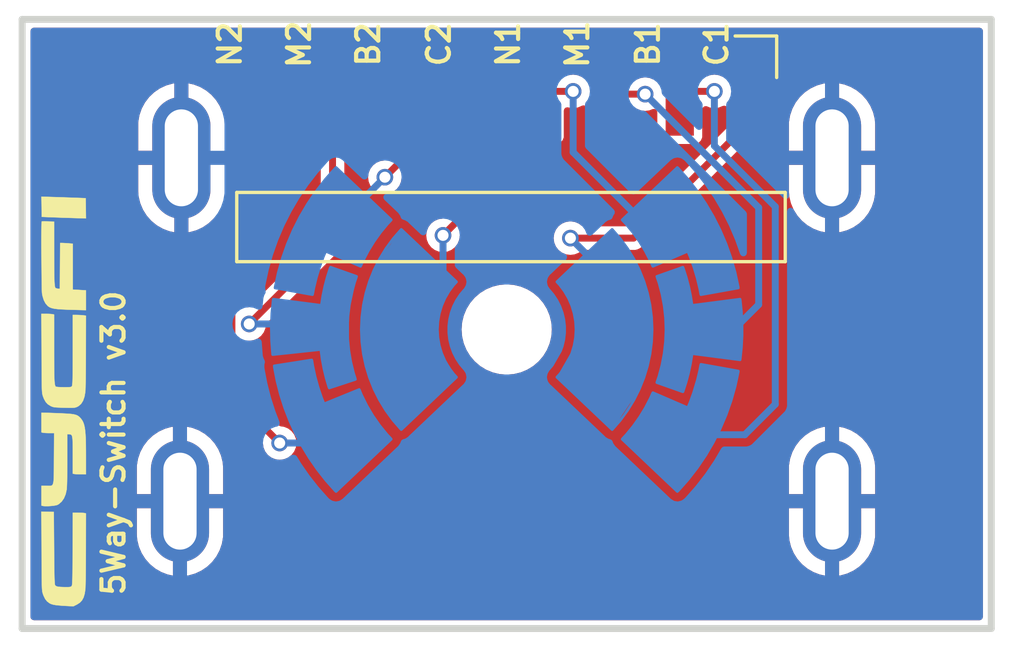
<source format=kicad_pcb>
(kicad_pcb (version 20211014) (generator pcbnew)
  (layers (0 "F.Cu" signal) (31 "B.Cu" signal) (34 "B.Paste" user) (35 "F.Paste" user) (36 "B.SilkS" user "B.Silkscreen") (37 "F.SilkS" user "F.Silkscreen") (38 "B.Mask" user) (39 "F.Mask" user) (44 "Edge.Cuts" user))
  (net 0 "")
  (net 1 "neck1")
  (net 2 "middle1")
  (net 3 "bridge1")
  (net 4 "common1")
  (net 5 "neck2")
  (net 6 "middle2")
  (net 7 "bridge2")
  (net 8 "common2")
  (net 9 "GND")
  (footprint "cycfi_library:cond_hole_rect_1.2x3.5mm" (layer "F.Cu") (at 152.55 82.7)
    (fp_text reference "H3" hide)
    (fp_text value "single_pad" hide)
    (pad "1" thru_hole oval (at 0 0) (size 2.1 4.4) (drill oval 1.2 3.5) (layers *.Cu *.Mask) (net 9 "GND"))
  )
  (footprint "cycfi_library:hole_2.65mm" (layer "F.Cu") (at 164.3 88.9)
    (fp_text reference "REF**" hide)
    (fp_text value "hole_2.65mm")
    (pad "" np_thru_hole circle (at 0 0) (size 2.65 2.65) (drill 2.65) (layers F&B.Cu *.Mask))
  )
  (footprint "cycfi_library:cond_hole_rect_1.2x3.5mm" (layer "F.Cu") (at 176.05 95.1)
    (fp_text reference "H2" hide)
    (fp_text value "single_pad" hide)
    (pad "1" thru_hole oval (at 0 0) (size 2.1 4.4) (drill oval 1.2 3.5) (layers *.Cu *.Mask) (net 9 "GND"))
  )
  (footprint "cycfi_library:cond_hole_rect_1.2x3.5mm" (layer "F.Cu") (at 176.05 82.7)
    (fp_text reference "H1" hide)
    (fp_text value "single_pad" hide)
    (pad "1" thru_hole oval (at 0 0) (size 2.1 4.4) (drill oval 1.2 3.5) (layers *.Cu *.Mask) (net 9 "GND"))
  )
  (footprint "cycfi_library:pin_header_1x8p_2.54mm_smd_horizontal" (layer "F.Cu") (at 165.55 80.3 -90)
    (fp_text reference "J1" hide)
    (fp_text value "CONN_01X8")
    (fp_line (start 6.15 -8.81) (end 6.15 11) (layer "F.SilkS") (width 0.12))
    (fp_line (start -2 -8.5) (end -0.5 -8.5) (layer "F.SilkS") (width 0.12))
    (fp_line (start 3.65 11) (end 6.15 11) (layer "F.SilkS") (width 0.12))
    (fp_line (start 3.65 -8.81) (end 3.65 11) (layer "F.SilkS") (width 0.12))
    (fp_line (start -2 -7) (end -2 -8.5) (layer "F.SilkS") (width 0.12))
    (fp_line (start 3.65 -8.81) (end 6.15 -8.81) (layer "F.SilkS") (width 0.12))
    (pad "1" smd rect (at 0 -7.54 270) (size 3.2 1.02) (layers "F.Cu" "F.Paste" "F.Mask") (net 4 "common1"))
    (pad "2" smd rect (at 0 -5 270) (size 3.2 1.02) (layers "F.Cu" "F.Paste" "F.Mask") (net 3 "bridge1"))
    (pad "3" smd rect (at 0 -2.46 270) (size 3.2 1.02) (layers "F.Cu" "F.Paste" "F.Mask") (net 2 "middle1"))
    (pad "4" smd rect (at 0 0 270) (size 3.2 1.02) (layers "F.Cu" "F.Paste" "F.Mask") (net 1 "neck1"))
    (pad "5" smd rect (at 0 2.46 270) (size 3.2 1.02) (layers "F.Cu" "F.Paste" "F.Mask") (net 8 "common2"))
    (pad "6" smd rect (at 0 5 270) (size 3.2 1.02) (layers "F.Cu" "F.Paste" "F.Mask") (net 7 "bridge2"))
    (pad "7" smd rect (at 0 7.54 270) (size 3.2 1.02) (layers "F.Cu" "F.Paste" "F.Mask") (net 6 "middle2"))
    (pad "8" smd rect (at 0 10 270) (size 3.2 1.02) (layers "F.Cu" "F.Paste" "F.Mask") (net 5 "neck2"))
  )
  (footprint "cycfi_library:cond_hole_rect_1.2x3.5mm" (layer "F.Cu") (at 152.5 95.1)
    (fp_text reference "H4" hide)
    (fp_text value "single_pad" hide)
    (pad "1" thru_hole oval (at 0 0) (size 2.1 4.4) (drill oval 1.2 3.5) (layers *.Cu *.Mask) (net 9 "GND"))
  )
  (footprint "cycfi_library:cycfi-logo-15mm" (layer "F.Cu") (at 148.330391 91.589013 90)
    (fp_text reference "G***" hide)
    (fp_text value "LOGO" hide)
    (fp_poly (pts (xy -2.956719 -0.647997) (xy -2.957738 -0.58909) (xy -2.958659 -0.539739) (xy -2.956279 -0.499084) (xy -2.947393 -0.466267) (xy -2.928797 -0.44043) (xy -2.897288 -0.420712) (xy -2.849661 -0.406254) (xy -2.782713 -0.396199) (xy -2.69324 -0.389686) (xy -2.578037 -0.385856) (xy -2.433901 -0.383851) (xy -2.257629 -0.382812) (xy -2.046015 -0.381879) (xy -1.962464 -0.381415) (xy -1.051719 -0.375878) (xy -1.051719 -0.542646) (xy -1.05024 -0.628784) (xy -1.046319 -0.707089) (xy -1.040733 -0.763256) (xy -1.039316 -0.771426) (xy -1.026914 -0.833437) (xy -0.3175 -0.833437) (xy -0.318076 -0.729258) (xy -0.31904 -0.679008) (xy -0.321419 -0.596452) (xy -0.324964 -0.488937) (xy -0.32943 -0.363811) (xy -0.334569 -0.22842) (xy -0.336932 -0.168672) (xy -0.344767 0.007063) (xy -0.353438 0.148228) (xy -0.364092 0.259938) (xy -0.377878 0.347308) (xy -0.395943 0.415455) (xy -0.419434 0.469494) (xy -0.449499 0.514542) (xy -0.487286 0.555713) (xy -0.502691 0.570285) (xy -0.556496 0.615065) (xy -0.61531 0.652978) (xy -0.682722 0.684562) (xy -0.762324 0.710353) (xy -0.857707 0.730889) (xy -0.97246 0.746707) (xy -1.110175 0.758342) (xy -1.274444 0.766333) (xy -1.468855 0.771216) (xy -1.697001 0.773528) (xy -1.86453 0.773906) (xy -2.54 0.773906) (xy -2.539729 0.58043) (xy -2.538413 0.491804) (xy -2.535105 0.414152) (xy -2.530387 0.358804) (xy -2.527493 0.342305) (xy -2.515527 0.297656) (xy -1.858037 0.297364) (xy -1.665543 0.297124) (xy -1.508964 0.296186) (xy -1.38453 0.293933) (xy -1.288468 0.289753) (xy -1.217007 0.283032) (xy -1.166375 0.273155) (xy -1.132802 0.259508) (xy -1.112514 0.241479) (xy -1.101741 0.218451) (xy -1.096711 0.189813) (xy -1.095169 0.173177) (xy -1.089011 0.099219) (xy -2.011507 0.099219) (xy -2.224992 0.098748) (xy -2.424635 0.097388) (xy -2.606374 0.095217) (xy -2.766152 0.092316) (xy -2.899907 0.088763) (xy -3.003582 0.084637) (xy -3.073115 0.080017) (xy -3.089228 0.078219) (xy -3.259652 0.040939) (xy -3.406875 -0.020472) (xy -3.527112 -0.103736) (xy -3.616575 -0.206575) (xy -3.644441 -0.255834) (xy -3.660443 -0.308571) (xy -3.674065 -0.38923) (xy -3.684451 -0.486075) (xy -3.690747 -0.587371) (xy -3.692098 -0.68138) (xy -3.687648 -0.756367) (xy -3.682875 -0.783483) (xy -3.670338 -0.833437) (xy -2.956719 -0.833437) (xy -2.956719 -0.647997)) (layer "F.SilkS") (width 0.01) (fill solid))
    (fp_poly (pts (xy 7.471225 -0.352684) (xy 7.466241 -0.194173) (xy 7.460755 -0.026692) (xy 7.455154 0.13842) (xy 7.449823 0.289823) (xy 7.445151 0.416179) (xy 7.443975 0.446484) (xy 7.431484 0.763984) (xy 6.701954 0.774822) (xy 6.71704 0.273309) (xy 6.721963 0.114541) (xy 6.727347 -0.050789) (xy 6.732836 -0.212277) (xy 6.738072 -0.359518) (xy 6.742698 -0.482105) (xy 6.744462 -0.525859) (xy 6.756797 -0.823516) (xy 7.12139 -0.828934) (xy 7.485984 -0.834351) (xy 7.471225 -0.352684)) (layer "F.SilkS") (width 0.01) (fill solid))
    (fp_poly (pts (xy 3.254375 -0.668218) (xy 3.252899 -0.582003) (xy 3.248988 -0.503629) (xy 3.243413 -0.447371) (xy 3.241973 -0.439043) (xy 3.22957 -0.377031) (xy 2.016621 -0.376558) (xy 1.75028 -0.376283) (xy 1.520793 -0.375601) (xy 1.325327 -0.374393) (xy 1.161052 -0.372541) (xy 1.025134 -0.369924) (xy 0.914742 -0.366423) (xy 0.827043 -0.36192) (xy 0.759204 -0.356295) (xy 0.708395 -0.349429) (xy 0.671781 -0.341203) (xy 0.646532 -0.331498) (xy 0.629815 -0.320193) (xy 0.627613 -0.318099) (xy 0.617342 -0.286989) (xy 0.6101 -0.218599) (xy 0.606061 -0.11523) (xy 0.605234 -0.02452) (xy 0.605449 0.083883) (xy 0.606848 0.159378) (xy 0.610567 0.208743) (xy 0.617739 0.238757) (xy 0.629501 0.256199) (xy 0.646985 0.267847) (xy 0.654844 0.271899) (xy 0.674009 0.277277) (xy 0.71039 0.281897) (xy 0.766441 0.285808) (xy 0.844618 0.289057) (xy 0.947375 0.291694) (xy 1.077167 0.293764) (xy 1.236448 0.295317) (xy 1.427674 0.2964) (xy 1.653299 0.297062) (xy 1.915778 0.29735) (xy 1.95957 0.297364) (xy 3.214688 0.297656) (xy 3.214515 0.431602) (xy 3.212392 0.521389) (xy 3.207089 0.61367) (xy 3.201829 0.669727) (xy 3.189316 0.773906) (xy 1.887353 0.771332) (xy 1.658983 0.770624) (xy 1.438818 0.769447) (xy 1.230654 0.767855) (xy 1.038289 0.765899) (xy 0.865519 0.76363) (xy 0.716141 0.7611) (xy 0.593954 0.758361) (xy 0.502753 0.755465) (xy 0.446335 0.752463) (xy 0.436985 0.751575) (xy 0.260467 0.720331) (xy 0.117926 0.670915) (xy 0.007588 0.602383) (xy -0.072323 0.513794) (xy -0.098914 0.466958) (xy -0.114402 0.432968) (xy -0.125647 0.400064) (xy -0.133154 0.361656) (xy -0.137435 0.311152) (xy -0.138996 0.241962) (xy -0.138347 0.147495) (xy -0.135996 0.021161) (xy -0.135418 -0.006114) (xy -0.132285 -0.139632) (xy -0.128833 -0.240394) (xy -0.12422 -0.31533) (xy -0.1176 -0.371368) (xy -0.10813 -0.415437) (xy -0.094965 -0.454466) (xy -0.077262 -0.495382) (xy -0.075286 -0.499679) (xy -0.014643 -0.598975) (xy 0.068976 -0.678188) (xy 0.181572 -0.742084) (xy 0.276123 -0.778668) (xy 0.301728 -0.787077) (xy 0.327046 -0.794356) (xy 0.355034 -0.800599) (xy 0.38865 -0.805904) (xy 0.43085 -0.810365) (xy 0.484592 -0.81408) (xy 0.552832 -0.817142) (xy 0.638527 -0.819649) (xy 0.744634 -0.821695) (xy 0.874111 -0.823378) (xy 1.029914 -0.824792) (xy 1.215 -0.826034) (xy 1.432327 -0.827199) (xy 1.68485 -0.828383) (xy 1.830586 -0.829036) (xy 3.254375 -0.83538) (xy 3.254375 -0.668218)) (layer "F.SilkS") (width 0.01) (fill solid))
    (fp_poly (pts (xy -3.899297 -0.386953) (xy -5.199062 -0.377031) (xy -5.474006 -0.374756) (xy -5.711556 -0.372387) (xy -5.914006 -0.369862) (xy -6.083651 -0.367124) (xy -6.222785 -0.364111) (xy -6.333702 -0.360765) (xy -6.418696 -0.357025) (xy -6.48006 -0.352832) (xy -6.52009 -0.348127) (xy -6.541078 -0.342848) (xy -6.542623 -0.342064) (xy -6.568902 -0.319795) (xy -6.587965 -0.283686) (xy -6.601 -0.227823) (xy -6.609196 -0.146292) (xy -6.61374 -0.033178) (xy -6.614715 0.016661) (xy -6.615141 0.111599) (xy -6.612047 0.175319) (xy -6.604283 0.216223) (xy -6.590698 0.24271) (xy -6.582463 0.252079) (xy -6.573561 0.259185) (xy -6.560089 0.265307) (xy -6.539159 0.270534) (xy -6.507887 0.274953) (xy -6.463387 0.278652) (xy -6.402774 0.281721) (xy -6.323162 0.284246) (xy -6.221664 0.286315) (xy -6.095397 0.288018) (xy -5.941473 0.289441) (xy -5.757007 0.290674) (xy -5.539114 0.291803) (xy -5.284908 0.292918) (xy -5.238049 0.293111) (xy -3.929062 0.298488) (xy -3.929333 0.491549) (xy -3.930653 0.580089) (xy -3.933967 0.657659) (xy -3.938693 0.712908) (xy -3.94157 0.729258) (xy -3.953535 0.773906) (xy -5.246025 0.771267) (xy -5.473906 0.770552) (xy -5.693844 0.769383) (xy -5.90199 0.767811) (xy -6.094496 0.765887) (xy -6.267515 0.763662) (xy -6.417198 0.761187) (xy -6.539697 0.758513) (xy -6.631164 0.755692) (xy -6.687752 0.752773) (xy -6.695978 0.752037) (xy -6.859542 0.726827) (xy -6.990379 0.687492) (xy -7.093859 0.631035) (xy -7.175349 0.554459) (xy -7.240219 0.454768) (xy -7.244869 0.445669) (xy -7.307959 0.320117) (xy -7.295069 0.075723) (xy -7.285359 -0.089315) (xy -7.275019 -0.220374) (xy -7.263136 -0.323162) (xy -7.248793 -0.403388) (xy -7.231075 -0.46676) (xy -7.209066 -0.518985) (xy -7.195776 -0.543369) (xy -7.130345 -0.629968) (xy -7.042823 -0.699435) (xy -6.926072 -0.756868) (xy -6.865937 -0.778851) (xy -6.84059 -0.787177) (xy -6.815353 -0.794385) (xy -6.787271 -0.80057) (xy -6.753391 -0.805828) (xy -6.710759 -0.810254) (xy -6.656422 -0.813944) (xy -6.587424 -0.816993) (xy -6.500813 -0.819497) (xy -6.393634 -0.82155) (xy -6.262933 -0.823248) (xy -6.105757 -0.824687) (xy -5.919151 -0.825962) (xy -5.700162 -0.827168) (xy -5.445836 -0.828401) (xy -5.312504 -0.829021) (xy -3.888055 -0.835603) (xy -3.899297 -0.386953)) (layer "F.SilkS") (width 0.01) (fill solid))
    (fp_poly (pts (xy 5.988229 -0.834816) (xy 6.149637 -0.834371) (xy 6.291955 -0.83351) (xy 6.411136 -0.832215) (xy 6.503131 -0.830463) (xy 6.56389 -0.828235) (xy 6.589365 -0.82551) (xy 6.589779 -0.825249) (xy 6.592575 -0.803308) (xy 6.593835 -0.750078) (xy 6.593483 -0.673928) (xy 6.591848 -0.597046) (xy 6.585649 -0.377031) (xy 5.49052 -0.375848) (xy 5.229234 -0.375348) (xy 5.004862 -0.37438) (xy 4.814633 -0.372839) (xy 4.655774 -0.370617) (xy 4.525514 -0.367607) (xy 4.421081 -0.363702) (xy 4.339703 -0.358794) (xy 4.278609 -0.352776) (xy 4.235027 -0.345541) (xy 4.206185 -0.336982) (xy 4.189311 -0.326991) (xy 4.187733 -0.32546) (xy 4.174327 -0.294908) (xy 4.164535 -0.244185) (xy 4.163899 -0.238125) (xy 4.157266 -0.168672) (xy 4.985742 -0.163493) (xy 5.814219 -0.158315) (xy 5.8141 -0.09404) (xy 5.812494 -0.043514) (xy 5.808351 0.031865) (xy 5.8025 0.117406) (xy 5.801237 0.133945) (xy 5.788493 0.297656) (xy 4.131886 0.297656) (xy 4.117578 0.535781) (xy 4.103271 0.773906) (xy 3.387654 0.773906) (xy 3.401756 0.253008) (xy 3.407957 0.056234) (xy 3.415363 -0.105383) (xy 3.424709 -0.23637) (xy 3.436731 -0.341253) (xy 3.452165 -0.424561) (xy 3.471746 -0.490821) (xy 3.496211 -0.544559) (xy 3.526293 -0.590303) (xy 3.541913 -0.609549) (xy 3.631888 -0.687259) (xy 3.753467 -0.750049) (xy 3.900476 -0.795159) (xy 3.994991 -0.812138) (xy 4.036122 -0.815228) (xy 4.110798 -0.818168) (xy 4.21497 -0.820939) (xy 4.344589 -0.82352) (xy 4.495606 -0.82589) (xy 4.663972 -0.828029) (xy 4.845639 -0.829917) (xy 5.036558 -0.831532) (xy 5.232681 -0.832856) (xy 5.429958 -0.833866) (xy 5.624341 -0.834543) (xy 5.811781 -0.834866) (xy 5.988229 -0.834816)) (layer "F.SilkS") (width 0.01) (fill solid))
  )
  (footprint "connect_library:5way_switch" (layer "B.Cu") (at 164.3 88.9 180)
    (fp_text reference "SW1" hide)
    (fp_text value "5way-switch")
    (pad "1" smd custom (at -6 3.8 180) (size 1.524 1.524) (layers "B.Cu") (net 1 "neck1") (options (clearance outline) (anchor circle)) (primitives (gr_poly (pts (xy -1.143 0.381) (xy -1.127121 0.489847) (xy -1.072178 0.602248) (xy -0.983789 0.690791) (xy -0.871484 0.74593) (xy -0.762 0.762) (xy 0.762 0.762) (xy 0.870847 0.746121) (xy 0.983248 0.691178) (xy 1.071791 0.602789) (xy 1.12693 0.490484) (xy 1.143 0.381) (xy 1.143 -0.381) (xy 1.127121 -0.489847) (xy 1.072178 -0.602248) (xy 0.983789 -0.690791) (xy 0.871484 -0.74593) (xy 0.762 -0.762) (xy -0.762 -0.762) (xy -0.870847 -0.746121) (xy -0.983248 -0.691178) (xy -1.071791 -0.602789) (xy -1.12693 -0.490484) (xy -1.143 -0.381)) (width 0) (fill yes)) (gr_poly (pts (xy 1.829527 0.158491) (xy 1.202329 -0.630638) (xy 0.722578 -1.51717) (xy -0.556876 -0.966008) (xy -1.030212 -2.534989) (xy -2.366089 -2.297148) (xy -1.84 -0.53) (xy -1.06 0.95) (xy -0.165048 2.051683)) (width 0.01) (fill yes)) (gr_line (start -0.165048 2.051683) (end 1.829527 0.158491) (width 0.1)) (gr_line (start 0.722578 -1.51717) (end -0.539415 -0.971276) (width 0.1)) (gr_line (start -1.012751 -2.540257) (end -2.366089 -2.297148) (width 0.1)) (gr_arc (start -0.54434 -0.98269) (mid -0.823109 -1.748072) (end -1.012751 -2.540257) (width 0.1)) (gr_arc (start -0.18544 2.030115) (mid -1.583746 0.038313) (end -2.36078 -2.26793) (width 0.1)) (gr_arc (start 1.829511 0.158474) (mid 1.20515 -0.626486) (end 0.726582 -1.50794) (width 0.1))))
    (pad "2" smd custom (at -6.9 0 180) (size 1.524 1.524) (layers "B.Cu") (net 2 "middle1") (options (clearance outline) (anchor circle)) (primitives (gr_poly (pts (xy -1.143 0.381) (xy -1.127121 0.489847) (xy -1.072178 0.602248) (xy -0.983789 0.690791) (xy -0.871484 0.74593) (xy -0.762 0.762) (xy 0.762 0.762) (xy 0.870847 0.746121) (xy 0.983248 0.691178) (xy 1.071791 0.602789) (xy 1.12693 0.490484) (xy 1.143 0.381) (xy 1.143 -0.381) (xy 1.127121 -0.489847) (xy 1.072178 -0.602248) (xy 0.983789 -0.690791) (xy 0.871484 -0.74593) (xy 0.762 -0.762) (xy -0.762 -0.762) (xy -0.870847 -0.746121) (xy -0.983248 -0.691178) (xy -1.071791 -0.602789) (xy -1.12693 -0.490484) (xy -1.143 -0.381)) (width 0) (fill yes)) (gr_arc (start 1.468521 1.887188) (mid 1.150182 -0.010038) (end 1.475139 -1.906142) (width 0.1)) (gr_line (start 1.478475 -1.915614) (end 0.535602 -2.248764) (width 0.1)) (gr_line (start 0.535602 2.248763) (end 1.478475 1.915613) (width 0.1)) (gr_arc (start 0.210716 -0.903391) (mid 0.337112 -1.578719) (end 0.531681 -2.237647) (width 0.1)) (gr_line (start 0.206103 -0.868475) (end -1.529351 -1.093636) (width 0.1)) (gr_arc (start -1.533117 1.064237) (mid -1.600073 0) (end -1.533117 -1.064236) (width 0.1)) (gr_line (start -1.529351 1.093635) (end 0.206103 0.868475) (width 0.1)) (gr_arc (start 0.527809 2.226602) (mid 0.333021 1.561615) (end 0.207621 0.880128) (width 0.1)) (gr_poly (pts (xy 1.478475 1.915613) (xy 1.2 0.8) (xy 1.15 -0.3) (xy 1.3 -1.2) (xy 1.478475 -1.915614) (xy 0.535602 -2.248764) (xy 0.206103 -0.868475) (xy -1.529351 -1.093636) (xy -1.6 -0.000001) (xy -1.529351 1.093635) (xy 0.206103 0.868475) (xy 0.535602 2.248763)) (width 0.01) (fill yes))))
    (pad "3" smd custom (at -6.1 -3.8 180) (size 1.524 1.524) (layers "B.Cu") (net 3 "bridge1") (options (clearance outline) (anchor circle)) (primitives (gr_poly (pts (xy -1.143 0.381) (xy -1.127121 0.489847) (xy -1.072178 0.602248) (xy -0.983789 0.690791) (xy -0.871484 0.74593) (xy -0.762 0.762) (xy 0.762 0.762) (xy 0.870847 0.746121) (xy 0.983248 0.691178) (xy 1.071791 0.602789) (xy 1.12693 0.490484) (xy 1.143 0.381) (xy 1.143 -0.381) (xy 1.127121 -0.489847) (xy 1.072178 -0.602248) (xy 0.983789 -0.690791) (xy 0.871484 -0.74593) (xy 0.762 -0.762) (xy -0.762 -0.762) (xy -0.870847 -0.746121) (xy -0.983248 -0.691178) (xy -1.071791 -0.602789) (xy -1.12693 -0.490484) (xy -1.143 -0.381)) (width 0) (fill yes)) (gr_poly (pts (xy -0.439415 0.971275) (xy 0.822578 1.517169) (xy 1.302329 0.630637) (xy 1.929527 -0.158491) (xy -0.065048 -2.051683) (xy -1.1 -0.7) (xy -1.8 0.7) (xy -2.266089 2.297148) (xy -0.912751 2.540256)) (width 0.01) (fill yes)) (gr_line (start -0.439415 0.971275) (end 0.822578 1.517169) (width 0.1)) (gr_line (start 1.929527 -0.158491) (end -0.065048 -2.051683) (width 0.1)) (gr_line (start -2.266089 2.297148) (end -0.912751 2.540256) (width 0.1)) (gr_arc (start -0.90831 2.515788) (mid -0.719519 1.736174) (end -0.444344 0.982702) (width 0.1)) (gr_arc (start -2.263448 2.282536) (mid -1.487096 -0.031688) (end -0.085439 -2.030116) (width 0.1)) (gr_arc (start 0.830582 1.498761) (mid 1.299622 0.63486) (end 1.908863 -0.1366) (width 0.1))))
    (pad "4" smd custom (at -3.8 0 180) (size 1.524 1.524) (layers "B.Cu") (net 4 "common1") (options (clearance outline) (anchor circle)) (primitives (gr_poly (pts (xy -1.143 0.381) (xy -1.127121 0.489847) (xy -1.072178 0.602248) (xy -0.983789 0.690791) (xy -0.871484 0.74593) (xy -0.762 0.762) (xy 0.762 0.762) (xy 0.870847 0.746121) (xy 0.983248 0.691178) (xy 1.071791 0.602789) (xy 1.12693 0.490484) (xy 1.143 0.381) (xy 1.143 -0.381) (xy 1.127121 -0.489847) (xy 1.072178 -0.602248) (xy 0.983789 -0.690791) (xy 0.871484 -0.74593) (xy 0.762 -0.762) (xy -0.762 -0.762) (xy -0.870847 -0.746121) (xy -0.983248 -0.691178) (xy -1.071791 -0.602789) (xy -1.12693 -0.490484) (xy -1.143 -0.381)) (width 0) (fill yes)) (gr_poly (pts (xy 1.986751 1.721083) (xy 1.5 1.1) (xy 1.3 0.3) (xy 1.4 -0.7) (xy 1.986751 -1.721083) (xy -0.007824 -3.614275) (xy -0.9 -2.3) (xy -1.3 -1.3) (xy -1.45 -0.000001) (xy -1.3 1.4) (xy -0.8 2.6) (xy -0.007824 3.614274)) (width 0.01) (fill yes)) (gr_line (start -0.007824 3.614274) (end 1.986751 1.721083) (width 0.1)) (gr_line (start 1.986751 -1.721083) (end -0.007824 -3.614275) (width 0.1)) (gr_arc (start -0.007827 3.61427) (mid -1.449774 -0.000003) (end -0.007824 -3.614275) (width 0.1)) (gr_arc (start 1.986749 1.721081) (mid 1.300108 -0.000001) (end 1.986751 -1.721083) (width 0.1))))
    (pad "5" smd custom (at 5.9 -3.9 180) (size 1.524 1.524) (layers "B.Cu") (net 5 "neck2") (options (clearance outline) (anchor circle)) (primitives (gr_poly (pts (xy -1.143 0.381) (xy -1.127121 0.489847) (xy -1.072178 0.602248) (xy -0.983789 0.690791) (xy -0.871484 0.74593) (xy -0.762 0.762) (xy 0.762 0.762) (xy 0.870847 0.746121) (xy 0.983248 0.691178) (xy 1.071791 0.602789) (xy 1.12693 0.490484) (xy 1.143 0.381) (xy 1.143 -0.381) (xy 1.127121 -0.489847) (xy 1.072178 -0.602248) (xy 0.983789 -0.690791) (xy 0.871484 -0.74593) (xy 0.762 -0.762) (xy -0.762 -0.762) (xy -0.870847 -0.746121) (xy -0.983248 -0.691178) (xy -1.071791 -0.602789) (xy -1.12693 -0.490484) (xy -1.143 -0.381)) (width 0) (fill yes)) (gr_poly (pts (xy 2.497646 2.584881) (xy 2.2 1.2) (xy 1.6 -0.1) (xy 0.9 -1.2) (xy 0.265047 -1.951683) (xy -1.729527 -0.058491) (xy -1.068548 0.782377) (xy -0.574737 1.731114) (xy 0.698696 1.212467) (xy 0.964856 1.992287) (xy 1.139203 2.797621)) (width 0.01) (fill yes)) (gr_line (start -0.574737 1.731114) (end 0.698696 1.212467) (width 0.1)) (gr_line (start 1.139203 2.797621) (end 2.497646 2.584881) (width 0.1)) (gr_line (start 0.265047 -1.951683) (end -1.729527 -0.058491) (width 0.1)) (gr_arc (start 0.285433 -1.930128) (mid 1.723138 0.140126) (end 2.490644 2.540935) (width 0.1)) (gr_arc (start 0.712637 1.246919) (mid 0.9683 2.004177) (end 1.137277 2.785362) (width 0.1)) (gr_arc (start -1.715715 -0.043877) (mid -1.063286 0.790947) (end -0.574737 1.731114) (width 0.1))))
    (pad "6" smd custom (at 7.3 0.1 180) (size 1.524 1.524) (layers "B.Cu") (net 6 "middle2") (options (clearance outline) (anchor circle)) (primitives (gr_poly (pts (xy -1.143 0.381) (xy -1.127121 0.489847) (xy -1.072178 0.602248) (xy -0.983789 0.690791) (xy -0.871484 0.74593) (xy -0.762 0.762) (xy 0.762 0.762) (xy 0.870847 0.746121) (xy 0.983248 0.691178) (xy 1.071791 0.602789) (xy 1.12693 0.490484) (xy 1.143 0.381) (xy 1.143 -0.381) (xy 1.127121 -0.489847) (xy 1.072178 -0.602248) (xy 0.983789 -0.690791) (xy 0.871484 -0.74593) (xy 0.762 -0.762) (xy -0.762 -0.762) (xy -0.870847 -0.746121) (xy -0.983248 -0.691178) (xy -1.071791 -0.602789) (xy -1.12693 -0.490484) (xy -1.143 -0.381)) (width 0) (fill yes)) (gr_line (start -0.606104 0.768475) (end 1.129351 0.993635) (width 0.1)) (gr_arc (start -0.607622 0.780122) (mid -0.733024 1.461621) (end -0.927814 2.12662) (width 0.1)) (gr_line (start -1.878476 1.815613) (end -0.935602 2.148763) (width 0.1)) (gr_arc (start -1.82922 -1.870054) (mid -1.550295 -0.033199) (end -1.871821 1.79668) (width 0.1)) (gr_line (start -0.888744 -2.211467) (end -1.83856 -1.898657) (width 0.1)) (gr_arc (start 1.151731 -1.004571) (mid 1.199541 -0.012228) (end 1.131247 0.978916) (width 0.1)) (gr_line (start 1.151729 -1.004589) (end -0.588333 -0.81835) (width 0.1)) (gr_arc (start -0.881411 -2.189057) (mid -0.70049 -1.517087) (end -0.589601 -0.83008) (width 0.1)) (gr_poly (pts (xy -0.606104 0.768475) (xy 1.129351 0.993635) (xy 1.2 0.1) (xy 1.151729 -1.004589) (xy -0.588333 -0.81835) (xy -0.888744 -2.211467) (xy -1.83856 -1.898657) (xy -1.6 -0.9) (xy -1.6 0.5) (xy -1.878476 1.815613) (xy -0.935602 2.148763)) (width 0.01) (fill yes))))
    (pad "7" smd custom (at 6 3.9 180) (size 1.524 1.524) (layers "B.Cu") (net 7 "bridge2") (options (clearance outline) (anchor circle)) (primitives (gr_poly (pts (xy -1.143 0.381) (xy -1.127121 0.489847) (xy -1.072178 0.602248) (xy -0.983789 0.690791) (xy -0.871484 0.74593) (xy -0.762 0.762) (xy 0.762 0.762) (xy 0.870847 0.746121) (xy 0.983248 0.691178) (xy 1.071791 0.602789) (xy 1.12693 0.490484) (xy 1.143 0.381) (xy 1.143 -0.381) (xy 1.127121 -0.489847) (xy 1.072178 -0.602248) (xy 0.983789 -0.690791) (xy 0.871484 -0.74593) (xy 0.762 -0.762) (xy -0.762 -0.762) (xy -0.870847 -0.746121) (xy -0.983248 -0.691178) (xy -1.071791 -0.602789) (xy -1.12693 -0.490484) (xy -1.143 -0.381)) (width 0) (fill yes)) (gr_poly (pts (xy 0.7 1.3) (xy 1.2 0.6) (xy 1.7 -0.2) (xy 2.1 -1.2) (xy 2.366088 -2.397148) (xy 1.01275 -2.640257) (xy 0.821343 -1.842112) (xy 0.539414 -1.071276) (xy -0.722578 -1.61717) (xy -1.20233 -0.730638) (xy -1.829527 0.058491) (xy 0.165047 1.951683)) (width 0.01) (fill yes)) (gr_line (start -1.829527 0.058491) (end 0.165047 1.951683) (width 0.1)) (gr_line (start 0.539414 -1.071276) (end -0.722578 -1.61717) (width 0.1)) (gr_line (start 2.366088 -2.397148) (end 1.01275 -2.640257) (width 0.1)) (gr_arc (start -0.734602 -1.589582) (mid -1.207916 -0.722317) (end -1.822615 0.051195) (width 0.1)) (gr_arc (start 2.363447 -2.382536) (mid 1.587095 -0.068312) (end 0.185438 1.930116) (width 0.1)) (gr_arc (start 1.008309 -2.615789) (mid 0.819518 -1.836175) (end 0.544343 -1.082703) (width 0.1))))
    (pad "8" smd custom (at 3.7 -0.1 180) (size 1.524 1.524) (layers "B.Cu") (net 8 "common2") (options (clearance outline) (anchor circle)) (primitives (gr_poly (pts (xy -1.143 0.381) (xy -1.127121 0.489847) (xy -1.072178 0.602248) (xy -0.983789 0.690791) (xy -0.871484 0.74593) (xy -0.762 0.762) (xy 0.762 0.762) (xy 0.870847 0.746121) (xy 0.983248 0.691178) (xy 1.071791 0.602789) (xy 1.12693 0.490484) (xy 1.143 0.381) (xy 1.143 -0.381) (xy 1.127121 -0.489847) (xy 1.072178 -0.602248) (xy 0.983789 -0.690791) (xy 0.871484 -0.74593) (xy 0.762 -0.762) (xy -0.762 -0.762) (xy -0.870847 -0.746121) (xy -0.983248 -0.691178) (xy -1.071791 -0.602789) (xy -1.12693 -0.490484) (xy -1.143 -0.381)) (width 0) (fill yes)) (gr_poly (pts (xy 1.1 2.3) (xy 1.5 1.1) (xy 1.55 -0.1) (xy 1.3 -1.5) (xy 0.8 -2.6) (xy 0.107823 -3.514275) (xy -1.886751 -1.621083) (xy -1.3 -0.7) (xy -1.2 0.3) (xy -1.4 1.2) (xy -1.886751 1.821083) (xy 0.107823 3.714274)) (width 0.01) (fill yes)) (gr_line (start -1.886751 1.821083) (end 0.107823 3.714274) (width 0.1)) (gr_line (start 0.107823 -3.514275) (end -1.886751 -1.621083) (width 0.1)) (gr_arc (start -1.886749 -1.621081) (mid -1.200108 0.100001) (end -1.886751 1.821083) (width 0.1)) (gr_arc (start 0.107826 -3.514271) (mid 1.549773 0.100002) (end 0.107823 3.714274) (width 0.1))))
  )
  (gr_line (start 181.8 77.7) (end 146.8 77.7) (layer "Edge.Cuts") (width 0.25))
  (gr_line (start 146.8 99.7) (end 181.8 99.7) (layer "Edge.Cuts") (width 0.25))
  (gr_line (start 181.8 99.7) (end 181.8 77.7) (layer "Edge.Cuts") (width 0.25))
  (gr_line (start 146.8 77.7) (end 146.8 99.7) (layer "Edge.Cuts") (width 0.25))
  (gr_text "N2" (at 154.3 78.6 90) (layer "F.SilkS") (effects (font (size 0.8 0.8))))
  (gr_text "M2" (at 156.8 78.6 90) (layer "F.SilkS") (effects (font (size 0.8 0.8))))
  (gr_text "B1" (at 169.399659 78.6 90) (layer "F.SilkS") (effects (font (size 0.8 0.8))))
  (gr_text "N1" (at 164.35 78.6 90) (layer "F.SilkS") (effects (font (size 0.8 0.8))))
  (gr_text "M1" (at 166.85 78.6 90) (layer "F.SilkS") (effects (font (size 0.8 0.8))))
  (gr_text "5Way-Switch v3.0" (at 150.1 93 90) (layer "F.SilkS") (effects (font (size 0.8 0.8))))
  (gr_text "C1" (at 171.87721 78.6 90) (layer "F.SilkS") (effects (font (size 0.8 0.8))))
  (gr_text "C2" (at 161.85 78.6 90) (layer "F.SilkS") (effects (font (size 0.8 0.8))))
  (gr_text "B2" (at 159.298979 78.6 90) (layer "F.SilkS") (effects (font (size 0.8 0.8))))
  (segment (start 165.55 80.3) (end 166.7 80.3) (width 0.25) (layer "F.Cu") (net 1))
  (via (at 166.7 80.3) (size 0.6) (drill 0.4) (layers "F.Cu" "B.Cu") (net 1))
  (segment (start 169.3 85.1) (end 170.3 85.1) (width 0.25) (layer "B.Cu") (net 1))
  (segment (start 166.7 82.5) (end 169.3 85.1) (width 0.25) (layer "B.Cu") (net 1))
  (segment (start 166.7 80.3) (end 166.7 82.5) (width 0.25) (layer "B.Cu") (net 1))
  (segment (start 169.3 80.4) (end 168.11 80.4) (width 0.25) (layer "F.Cu") (net 2))
  (segment (start 168.11 80.4) (end 168.01 80.3) (width 0.25) (layer "F.Cu") (net 2))
  (via (at 169.3 80.4) (size 0.6) (drill 0.4) (layers "F.Cu" "B.Cu") (net 2))
  (segment (start 172.5 88.9) (end 173.4 88) (width 0.25) (layer "B.Cu") (net 2))
  (segment (start 173.4 88) (end 173.4 84.5) (width 0.25) (layer "B.Cu") (net 2))
  (segment (start 173.4 84.5) (end 169.3 80.4) (width 0.25) (layer "B.Cu") (net 2))
  (segment (start 171.2 88.9) (end 172.5 88.9) (width 0.25) (layer "B.Cu") (net 2))
  (segment (start 170.55 80.3) (end 171.8 80.3) (width 0.25) (layer "F.Cu") (net 3))
  (via (at 171.8 80.3) (size 0.6) (drill 0.4) (layers "F.Cu" "B.Cu") (net 3))
  (segment (start 174 91.6) (end 172.9 92.7) (width 0.25) (layer "B.Cu") (net 3))
  (segment (start 174 84.464282) (end 174 91.6) (width 0.25) (layer "B.Cu") (net 3))
  (segment (start 172.9 92.7) (end 170.4 92.7) (width 0.25) (layer "B.Cu") (net 3))
  (segment (start 171.8 80.3) (end 171.8 82.264282) (width 0.25) (layer "B.Cu") (net 3))
  (segment (start 171.8 82.264282) (end 174 84.464282) (width 0.25) (layer "B.Cu") (net 3))
  (segment (start 168.88 85.6) (end 166.6 85.6) (width 0.25) (layer "F.Cu") (net 4))
  (segment (start 173.09 81.39) (end 168.88 85.6) (width 0.25) (layer "F.Cu") (net 4))
  (segment (start 173.09 80.3) (end 173.09 81.39) (width 0.25) (layer "F.Cu") (net 4))
  (via (at 166.6 85.6) (size 0.6) (drill 0.4) (layers "F.Cu" "B.Cu") (net 4))
  (segment (start 168.1 87.1) (end 168.1 88.9) (width 0.25) (layer "B.Cu") (net 4))
  (segment (start 166.6 85.6) (end 168.1 87.1) (width 0.25) (layer "B.Cu") (net 4))
  (segment (start 154.375489 91.275489) (end 156.1 93) (width 0.25) (layer "F.Cu") (net 5))
  (segment (start 155.55 80.3) (end 154.375489 81.474511) (width 0.25) (layer "F.Cu") (net 5))
  (segment (start 154.375489 81.474511) (end 154.375489 91.275489) (width 0.25) (layer "F.Cu") (net 5))
  (via (at 156.1 93) (size 0.6) (drill 0.4) (layers "F.Cu" "B.Cu") (net 5))
  (segment (start 156.1 93) (end 158.2 93) (width 0.25) (layer "B.Cu") (net 5))
  (segment (start 158.2 93) (end 158.4 92.8) (width 0.25) (layer "B.Cu") (net 5))
  (segment (start 158.01 80.3) (end 158.01 85.69) (width 0.25) (layer "F.Cu") (net 6))
  (segment (start 158.01 85.69) (end 155 88.7) (width 0.25) (layer "F.Cu") (net 6))
  (via (at 155 88.7) (size 0.6) (drill 0.4) (layers "F.Cu" "B.Cu") (net 6))
  (segment (start 156.9 88.7) (end 157 88.8) (width 0.25) (layer "B.Cu") (net 6))
  (segment (start 155 88.7) (end 156.9 88.7) (width 0.25) (layer "B.Cu") (net 6))
  (segment (start 160.55 80.3) (end 160.55 82.75) (width 0.25) (layer "F.Cu") (net 7))
  (segment (start 160.55 82.75) (end 159.9 83.4) (width 0.25) (layer "F.Cu") (net 7))
  (via (at 159.9 83.4) (size 0.6) (drill 0.4) (layers "F.Cu" "B.Cu") (net 7))
  (segment (start 159.9 83.4) (end 158.3 85) (width 0.25) (layer "B.Cu") (net 7))
  (segment (start 163.09 84.41) (end 162 85.5) (width 0.25) (layer "F.Cu") (net 8))
  (segment (start 163.09 80.3) (end 163.09 84.41) (width 0.25) (layer "F.Cu") (net 8))
  (via (at 162 85.5) (size 0.6) (drill 0.4) (layers "F.Cu" "B.Cu") (net 8))
  (segment (start 162 85.5) (end 162 87.6) (width 0.25) (layer "B.Cu") (net 8))
  (segment (start 162 87.6) (end 160.6 89) (width 0.25) (layer "B.Cu") (net 8))
  (zone (net 9) (net_name "GND") (layer "F.Cu") (connect_pads (clearance 0.3)) (min_thickness 0.254) (fill yes (thermal_gap 0.508) (thermal_bridge_width 0.508))
    (polygon (pts (xy 183 101) (xy 146 101) (xy 146 77) (xy 183 77)))
  )
  (zone (net 9) (net_name "GND") (layer "B.Cu") (connect_pads (clearance 0.3)) (min_thickness 0.254) (fill yes (thermal_gap 0.508) (thermal_bridge_width 0.508))
    (polygon (pts (xy 183 101) (xy 146 101) (xy 146 77) (xy 183 77)))
  )
)
</source>
